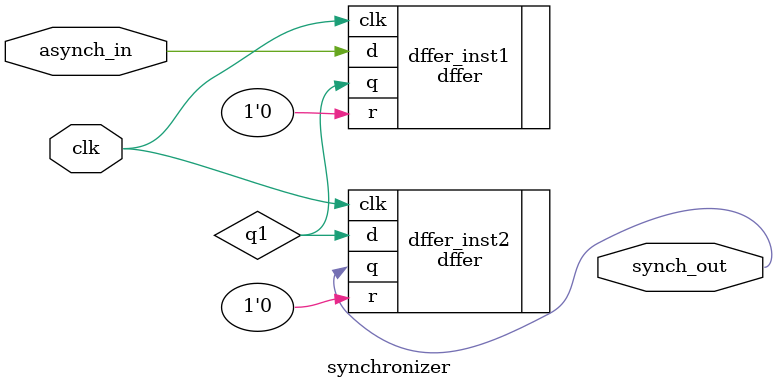
<source format=v>
module synchronizer (
    asynch_in,
    clk,
    synch_out
);
    input asynch_in, clk;
    output synch_out;

    wire q1;
    
    //第一级d触发器
    dffer dffer_inst1(.d(asynch_in), .clk(clk), .r(1'b0), .q(q1));

    //第二级d触发器
    dffer dffer_inst2(.d(q1), .clk(clk), .r(1'b0), .q(synch_out));
endmodule
</source>
